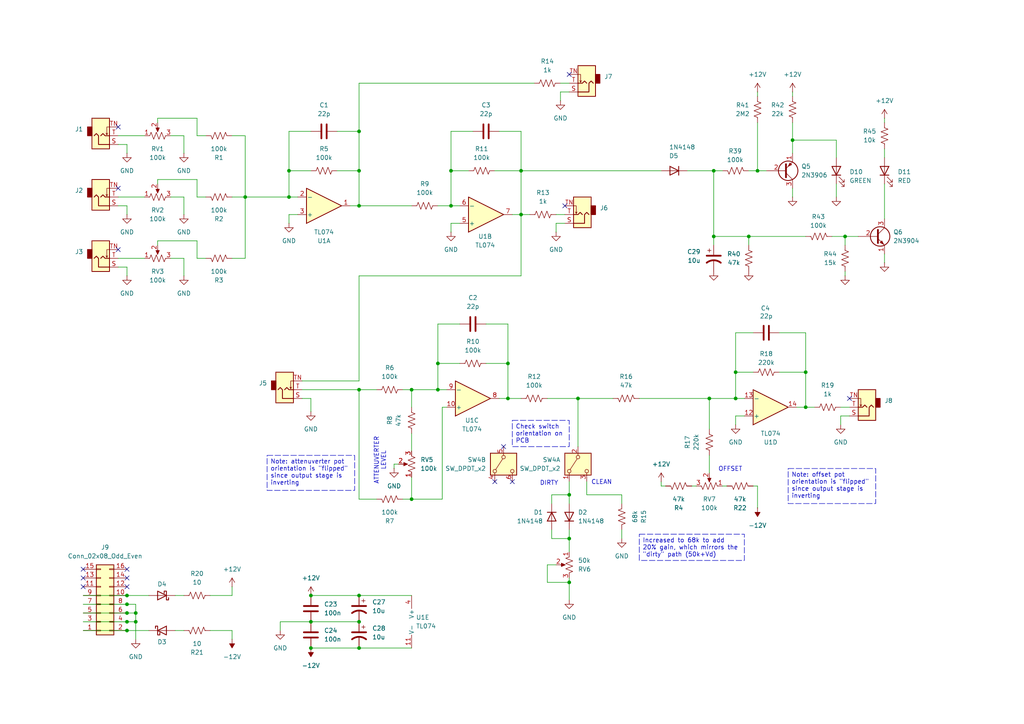
<source format=kicad_sch>
(kicad_sch (version 20231120) (generator "eeschema") (generator_version "8.0")
  (paper "A4")
  (title_block (title "3ch Mixer with Attenuverter") (date "2025-02-17") (rev "1.2") (company "idyllm") (comment 1 "CC BY-SA 4.0") (comment 2 "References: Moritz Klein, Befaco"))
  (lib_symbols
    (symbol "Amplifier_Operational:TL074" (pin_names (offset 0.127))
      (property "Reference" "U" (at 0 5.08 0))
      (property "Value" "TL074" (at 0 -5.08 0))
      (symbol "TL074_1_1"
        (pin output line (at 7.62 0 180) (length 2.54) (name "~") (number "1"))
        (pin input line (at -7.62 -2.54 0) (length 2.54) (name "-") (number "2"))
        (pin input line (at -7.62 2.54 0) (length 2.54) (name "+") (number "3"))
      )
      (symbol "TL074_2_1"
        (pin input line (at -7.62 2.54 0) (length 2.54) (name "+") (number "5"))
        (pin input line (at -7.62 -2.54 0) (length 2.54) (name "-") (number "6"))
        (pin output line (at 7.62 0 180) (length 2.54) (name "~") (number "7"))
      )
      (symbol "TL074_3_1"
        (pin input line (at -7.62 2.54 0) (length 2.54) (name "+") (number "10"))
        (pin output line (at 7.62 0 180) (length 2.54) (name "~") (number "8"))
        (pin input line (at -7.62 -2.54 0) (length 2.54) (name "-") (number "9"))
      )
      (symbol "TL074_4_1"
        (pin input line (at -7.62 2.54 0) (length 2.54) (name "+") (number "12"))
        (pin input line (at -7.62 -2.54 0) (length 2.54) (name "-") (number "13"))
        (pin output line (at 7.62 0 180) (length 2.54) (name "~") (number "14"))
      )
      (symbol "TL074_5_1"
        (pin power_in line (at -2.54 -7.62 90) (length 3.81) (name "V-") (number "11"))
        (pin power_in line (at -2.54 7.62 270) (length 3.81) (name "V+") (number "4"))
      )
    )
    (symbol "Connector_Audio:AudioJack2_SwitchT"
      (property "Reference" "J" (at 0 8.89 0))
      (property "Value" "AudioJack2_SwitchT" (at 0 6.35 0))
      (symbol "AudioJack2_SwitchT_1_1"
        (pin passive line (at 5.08 2.54 180) (length 2.54) (name "~") (number "S"))
        (pin passive line (at 5.08 0 180) (length 2.54) (name "~") (number "T"))
        (pin passive line (at 5.08 -2.54 180) (length 2.54) (name "~") (number "TN"))
      )
    )
    (symbol "Connector_Generic:Conn_02x08_Odd_Even" (pin_names (offset 1.016) hide)
      (property "Reference" "J" (at 1.27 10.16 0))
      (property "Value" "Conn_02x08_Odd_Even" (at 1.27 -12.7 0))
      (symbol "Conn_02x08_Odd_Even_1_1"
        (pin passive line (at -5.08 7.62 0) (length 3.81) (name "Pin_1") (number "1"))
        (pin passive line (at 7.62 -2.54 180) (length 3.81) (name "Pin_10") (number "10"))
        (pin passive line (at -5.08 -5.08 0) (length 3.81) (name "Pin_11") (number "11"))
        (pin passive line (at 7.62 -5.08 180) (length 3.81) (name "Pin_12") (number "12"))
        (pin passive line (at -5.08 -7.62 0) (length 3.81) (name "Pin_13") (number "13"))
        (pin passive line (at 7.62 -7.62 180) (length 3.81) (name "Pin_14") (number "14"))
        (pin passive line (at -5.08 -10.16 0) (length 3.81) (name "Pin_15") (number "15"))
        (pin passive line (at 7.62 -10.16 180) (length 3.81) (name "Pin_16") (number "16"))
        (pin passive line (at 7.62 7.62 180) (length 3.81) (name "Pin_2") (number "2"))
        (pin passive line (at -5.08 5.08 0) (length 3.81) (name "Pin_3") (number "3"))
        (pin passive line (at 7.62 5.08 180) (length 3.81) (name "Pin_4") (number "4"))
        (pin passive line (at -5.08 2.54 0) (length 3.81) (name "Pin_5") (number "5"))
        (pin passive line (at 7.62 2.54 180) (length 3.81) (name "Pin_6") (number "6"))
        (pin passive line (at -5.08 0 0) (length 3.81) (name "Pin_7") (number "7"))
        (pin passive line (at 7.62 0 180) (length 3.81) (name "Pin_8") (number "8"))
        (pin passive line (at -5.08 -2.54 0) (length 3.81) (name "Pin_9") (number "9"))
      )
    )
    (symbol "Device:C" (pin_numbers hide) (pin_names (offset 0.254))
      (property "Reference" "C" (at 0.635 2.54 0))
      (property "Value" "C" (at 0.635 -2.54 0))
      (symbol "C_1_1"
        (pin passive line (at 0 3.81 270) (length 2.794) (name "~") (number "1"))
        (pin passive line (at 0 -3.81 90) (length 2.794) (name "~") (number "2"))
      )
    )
    (symbol "Device:C_Polarized_US" (pin_numbers hide) (pin_names (offset 0.254) hide)
      (property "Reference" "C" (at 0.635 2.54 0))
      (property "Value" "C_Polarized_US" (at 0.635 -2.54 0))
      (symbol "C_Polarized_US_1_1"
        (pin passive line (at 0 3.81 270) (length 2.794) (name "~") (number "1"))
        (pin passive line (at 0 -3.81 90) (length 3.302) (name "~") (number "2"))
      )
    )
    (symbol "Device:D_Schottky" (pin_numbers hide) (pin_names (offset 1.016) hide)
      (property "Reference" "D" (at 0 2.54 0))
      (property "Value" "D_Schottky" (at 0 -2.54 0))
      (symbol "D_Schottky_1_1"
        (pin passive line (at -3.81 0 0) (length 2.54) (name "K") (number "1"))
        (pin passive line (at 3.81 0 180) (length 2.54) (name "A") (number "2"))
      )
    )
    (symbol "Device:LED" (pin_numbers hide) (pin_names (offset 1.016) hide)
      (property "Reference" "D" (at 0 2.54 0))
      (property "Value" "LED" (at 0 -2.54 0))
      (symbol "LED_1_1"
        (pin passive line (at -3.81 0 0) (length 2.54) (name "K") (number "1"))
        (pin passive line (at 3.81 0 180) (length 2.54) (name "A") (number "2"))
      )
    )
    (symbol "Device:R_Potentiometer_US" (pin_names (offset 1.016) hide)
      (property "Reference" "RV" (at -4.445 0 90))
      (property "Value" "R_Potentiometer_US" (at -2.54 0 90))
      (symbol "R_Potentiometer_US_1_1"
        (pin passive line (at 0 3.81 270) (length 1.27) (name "1") (number "1"))
        (pin passive line (at 3.81 0 180) (length 1.27) (name "2") (number "2"))
        (pin passive line (at 0 -3.81 90) (length 1.27) (name "3") (number "3"))
      )
    )
    (symbol "Device:R_US" (pin_numbers hide) (pin_names (offset 0))
      (property "Reference" "R" (at 2.54 0 90))
      (property "Value" "R_US" (at -2.54 0 90))
      (symbol "R_US_1_1"
        (pin passive line (at 0 3.81 270) (length 1.27) (name "~") (number "1"))
        (pin passive line (at 0 -3.81 90) (length 1.27) (name "~") (number "2"))
      )
    )
    (symbol "Diode:1N4148" (pin_numbers hide) (pin_names hide)
      (property "Reference" "D" (at 0 2.54 0))
      (property "Value" "1N4148" (at 0 -2.54 0))
      (symbol "1N4148_1_1"
        (pin passive line (at -3.81 0 0) (length 2.54) (name "K") (number "1"))
        (pin passive line (at 3.81 0 180) (length 2.54) (name "A") (number "2"))
      )
    )
    (symbol "Switch:SW_DPDT_x2" (pin_names (offset 0) hide)
      (property "Reference" "SW" (at 0 5.08 0))
      (property "Value" "SW_DPDT_x2" (at 0 -5.08 0))
      (symbol "SW_DPDT_x2_1_1"
        (pin passive line (at 5.08 2.54 180) (length 2.54) (name "A") (number "1"))
        (pin passive line (at -5.08 0 0) (length 2.54) (name "B") (number "2"))
        (pin passive line (at 5.08 -2.54 180) (length 2.54) (name "C") (number "3"))
      )
      (symbol "SW_DPDT_x2_2_1"
        (pin passive line (at 5.08 2.54 180) (length 2.54) (name "A") (number "4"))
        (pin passive line (at -5.08 0 0) (length 2.54) (name "B") (number "5"))
        (pin passive line (at 5.08 -2.54 180) (length 2.54) (name "C") (number "6"))
      )
    )
    (symbol "Transistor_BJT:2N3904" (pin_names (offset 0) hide)
      (property "Reference" "Q" (at 5.08 1.905 0))
      (property "Value" "2N3904" (at 5.08 0 0))
      (symbol "2N3904_1_1"
        (pin passive line (at 2.54 -5.08 90) (length 2.54) (name "E") (number "1"))
        (pin passive line (at -5.08 0 0) (length 5.715) (name "B") (number "2"))
        (pin passive line (at 2.54 5.08 270) (length 2.54) (name "C") (number "3"))
      )
    )
    (symbol "Transistor_BJT:2N3906" (pin_names (offset 0) hide)
      (property "Reference" "Q" (at 5.08 1.905 0))
      (property "Value" "2N3906" (at 5.08 0 0))
      (symbol "2N3906_1_1"
        (pin passive line (at 2.54 -5.08 90) (length 2.54) (name "E") (number "1"))
        (pin input line (at -5.08 0 0) (length 5.715) (name "B") (number "2"))
        (pin passive line (at 2.54 5.08 270) (length 2.54) (name "C") (number "3"))
      )
    )
    (symbol "power:+12V" (power) (pin_numbers hide) (pin_names (offset 0) hide)
      (property "Value" "+12V" (at 0 3.556 0))
      (symbol "+12V_1_1"
        (pin power_in line (at 0 0 90) (length 0) (name "~") (number "1"))
      )
    )
    (symbol "power:-12V" (power) (pin_numbers hide) (pin_names (offset 0) hide)
      (property "Value" "-12V" (at 0 3.556 0))
      (symbol "-12V_0_0"
        (pin power_in line (at 0 0 90) (length 0) (name "~") (number "1"))
      )
    )
    (symbol "power:GND" (power) (pin_numbers hide) (pin_names (offset 0) hide)
      (property "Value" "GND" (at 0 -3.81 0))
      (symbol "GND_1_1"
        (pin power_in line (at 0 0 270) (length 0) (name "~") (number "1"))
      )
    )
  )
  (junction (at 217.17 68.58))
  (junction (at 219.71 49.53))
  (junction (at 147.32 115.57))
  (junction (at 127 113.03))
  (junction (at 71.12 57.15))
  (junction (at 36.83 182.88))
  (junction (at 90.17 172.72))
  (junction (at 165.1 168.91))
  (junction (at 104.14 49.53))
  (junction (at 245.11 68.58))
  (junction (at 104.14 59.69))
  (junction (at 229.87 40.64))
  (junction (at 90.17 180.34))
  (junction (at 90.17 187.96))
  (junction (at 36.83 177.8))
  (junction (at 213.36 115.57))
  (junction (at 165.1 143.51))
  (junction (at 130.81 49.53))
  (junction (at 104.14 113.03))
  (junction (at 104.14 172.72))
  (junction (at 104.14 180.34))
  (junction (at 207.01 68.58))
  (junction (at 233.68 118.11))
  (junction (at 127 105.41))
  (junction (at 39.37 177.8))
  (junction (at 151.13 49.53))
  (junction (at 119.38 144.78))
  (junction (at 36.83 172.72))
  (junction (at 104.14 187.96))
  (junction (at 104.14 38.1))
  (junction (at 207.01 49.53))
  (junction (at 130.81 59.69))
  (junction (at 83.82 49.53))
  (junction (at 233.68 107.95))
  (junction (at 165.1 156.21))
  (junction (at 147.32 105.41))
  (junction (at 36.83 180.34))
  (junction (at 119.38 113.03))
  (junction (at 151.13 62.23))
  (junction (at 39.37 180.34))
  (junction (at 213.36 107.95))
  (junction (at 83.82 57.15))
  (junction (at 167.64 115.57))
  (junction (at 36.83 175.26))
  (junction (at 205.74 115.57))
  (no_connect (at 34.29 36.83))
  (no_connect (at 163.83 59.69))
  (no_connect (at 34.29 72.39))
  (no_connect (at 148.59 139.7))
  (no_connect (at 146.05 129.54))
  (no_connect (at 24.13 167.64))
  (no_connect (at 24.13 170.18))
  (no_connect (at 246.38 115.57))
  (no_connect (at 143.51 139.7))
  (no_connect (at 34.29 54.61))
  (no_connect (at 165.1 21.59))
  (no_connect (at 36.83 165.1))
  (no_connect (at 36.83 167.64))
  (no_connect (at 24.13 165.1))
  (no_connect (at 36.83 170.18))
  (wire (pts (xy 87.63 113.03) (xy 104.14 113.03)))
  (wire (pts (xy 213.36 120.65) (xy 215.9 120.65)))
  (wire (pts (xy 24.13 172.72) (xy 36.83 172.72)))
  (wire (pts (xy 158.75 115.57) (xy 167.64 115.57)))
  (wire (pts (xy 207.01 49.53) (xy 207.01 68.58)))
  (wire (pts (xy 104.14 59.69) (xy 119.38 59.69)))
  (wire (pts (xy 151.13 49.53) (xy 151.13 62.23)))
  (wire (pts (xy 57.15 52.07) (xy 57.15 57.15)))
  (wire (pts (xy 71.12 57.15) (xy 71.12 74.93)))
  (wire (pts (xy 165.1 153.67) (xy 165.1 156.21)))
  (wire (pts (xy 119.38 138.43) (xy 119.38 144.78)))
  (wire (pts (xy 36.83 59.69) (xy 36.83 62.23)))
  (wire (pts (xy 144.78 115.57) (xy 147.32 115.57)))
  (wire (pts (xy 161.29 67.31) (xy 161.29 64.77)))
  (wire (pts (xy 213.36 123.19) (xy 213.36 120.65)))
  (wire (pts (xy 256.54 34.29) (xy 256.54 35.56)))
  (wire (pts (xy 154.94 24.13) (xy 104.14 24.13)))
  (wire (pts (xy 71.12 39.37) (xy 71.12 57.15)))
  (wire (pts (xy 162.56 29.21) (xy 162.56 26.67)))
  (wire (pts (xy 119.38 113.03) (xy 127 113.03)))
  (wire (pts (xy 213.36 115.57) (xy 215.9 115.57)))
  (wire (pts (xy 90.17 49.53) (xy 83.82 49.53)))
  (wire (pts (xy 205.74 132.08) (xy 205.74 137.16)))
  (wire (pts (xy 219.71 147.32) (xy 219.71 140.97)))
  (wire (pts (xy 147.32 105.41) (xy 140.97 105.41)))
  (wire (pts (xy 151.13 62.23) (xy 153.67 62.23)))
  (wire (pts (xy 133.35 93.98) (xy 127 93.98)))
  (wire (pts (xy 49.53 39.37) (xy 53.34 39.37)))
  (wire (pts (xy 104.14 144.78) (xy 104.14 113.03)))
  (wire (pts (xy 162.56 26.67) (xy 165.1 26.67)))
  (wire (pts (xy 161.29 64.77) (xy 163.83 64.77)))
  (wire (pts (xy 24.13 182.88) (xy 36.83 182.88)))
  (wire (pts (xy 60.96 172.72) (xy 67.31 172.72)))
  (wire (pts (xy 53.34 182.88) (xy 50.8 182.88)))
  (wire (pts (xy 193.04 140.97) (xy 191.77 140.97)))
  (wire (pts (xy 39.37 180.34) (xy 39.37 177.8)))
  (wire (pts (xy 160.02 143.51) (xy 160.02 146.05)))
  (wire (pts (xy 167.64 115.57) (xy 177.8 115.57)))
  (wire (pts (xy 97.79 38.1) (xy 104.14 38.1)))
  (wire (pts (xy 180.34 143.51) (xy 180.34 146.05)))
  (wire (pts (xy 90.17 119.38) (xy 90.17 115.57)))
  (wire (pts (xy 130.81 38.1) (xy 130.81 49.53)))
  (wire (pts (xy 128.27 144.78) (xy 128.27 118.11)))
  (wire (pts (xy 53.34 80.01) (xy 53.34 74.93)))
  (wire (pts (xy 104.14 113.03) (xy 109.22 113.03)))
  (wire (pts (xy 90.17 180.34) (xy 104.14 180.34)))
  (wire (pts (xy 104.14 49.53) (xy 97.79 49.53)))
  (wire (pts (xy 81.28 180.34) (xy 90.17 180.34)))
  (wire (pts (xy 34.29 41.91) (xy 36.83 41.91)))
  (wire (pts (xy 160.02 153.67) (xy 160.02 156.21)))
  (wire (pts (xy 45.72 69.85) (xy 57.15 69.85)))
  (wire (pts (xy 104.14 110.49) (xy 87.63 110.49)))
  (wire (pts (xy 36.83 172.72) (xy 43.18 172.72)))
  (wire (pts (xy 256.54 43.18) (xy 256.54 45.72)))
  (wire (pts (xy 114.3 134.62) (xy 115.57 134.62)))
  (wire (pts (xy 167.64 115.57) (xy 167.64 129.54)))
  (wire (pts (xy 218.44 96.52) (xy 213.36 96.52)))
  (wire (pts (xy 147.32 93.98) (xy 147.32 105.41)))
  (wire (pts (xy 67.31 39.37) (xy 71.12 39.37)))
  (wire (pts (xy 53.34 62.23) (xy 53.34 57.15)))
  (wire (pts (xy 226.06 107.95) (xy 233.68 107.95)))
  (wire (pts (xy 165.1 143.51) (xy 165.1 146.05)))
  (wire (pts (xy 36.83 41.91) (xy 36.83 44.45)))
  (wire (pts (xy 161.29 163.83) (xy 158.75 163.83)))
  (wire (pts (xy 90.17 115.57) (xy 87.63 115.57)))
  (wire (pts (xy 104.14 59.69) (xy 104.14 49.53)))
  (wire (pts (xy 45.72 35.56) (xy 45.72 34.29)))
  (wire (pts (xy 170.18 143.51) (xy 180.34 143.51)))
  (wire (pts (xy 24.13 177.8) (xy 36.83 177.8)))
  (wire (pts (xy 135.89 49.53) (xy 130.81 49.53)))
  (wire (pts (xy 130.81 59.69) (xy 133.35 59.69)))
  (wire (pts (xy 217.17 68.58) (xy 217.17 71.12)))
  (wire (pts (xy 104.14 172.72) (xy 119.38 172.72)))
  (wire (pts (xy 83.82 38.1) (xy 83.82 49.53)))
  (wire (pts (xy 90.17 172.72) (xy 104.14 172.72)))
  (wire (pts (xy 133.35 105.41) (xy 127 105.41)))
  (wire (pts (xy 245.11 80.01) (xy 245.11 78.74)))
  (wire (pts (xy 109.22 144.78) (xy 104.14 144.78)))
  (wire (pts (xy 67.31 57.15) (xy 71.12 57.15)))
  (wire (pts (xy 57.15 69.85) (xy 57.15 74.93)))
  (wire (pts (xy 104.14 24.13) (xy 104.14 38.1)))
  (wire (pts (xy 45.72 52.07) (xy 57.15 52.07)))
  (wire (pts (xy 213.36 96.52) (xy 213.36 107.95)))
  (wire (pts (xy 34.29 39.37) (xy 41.91 39.37)))
  (wire (pts (xy 233.68 68.58) (xy 217.17 68.58)))
  (wire (pts (xy 137.16 38.1) (xy 130.81 38.1)))
  (wire (pts (xy 143.51 49.53) (xy 151.13 49.53)))
  (wire (pts (xy 36.83 182.88) (xy 43.18 182.88)))
  (wire (pts (xy 219.71 26.67) (xy 219.71 27.94)))
  (wire (pts (xy 151.13 80.01) (xy 104.14 80.01)))
  (wire (pts (xy 53.34 44.45) (xy 53.34 39.37)))
  (wire (pts (xy 165.1 156.21) (xy 165.1 160.02)))
  (wire (pts (xy 226.06 96.52) (xy 233.68 96.52)))
  (wire (pts (xy 36.83 177.8) (xy 39.37 177.8)))
  (wire (pts (xy 57.15 57.15) (xy 59.69 57.15)))
  (wire (pts (xy 119.38 144.78) (xy 128.27 144.78)))
  (wire (pts (xy 185.42 115.57) (xy 205.74 115.57)))
  (wire (pts (xy 229.87 57.15) (xy 229.87 54.61)))
  (wire (pts (xy 219.71 49.53) (xy 222.25 49.53)))
  (wire (pts (xy 229.87 35.56) (xy 229.87 40.64)))
  (wire (pts (xy 207.01 49.53) (xy 199.39 49.53)))
  (wire (pts (xy 147.32 115.57) (xy 151.13 115.57)))
  (wire (pts (xy 256.54 76.2) (xy 256.54 73.66)))
  (wire (pts (xy 229.87 40.64) (xy 242.57 40.64)))
  (wire (pts (xy 151.13 38.1) (xy 151.13 49.53)))
  (wire (pts (xy 24.13 175.26) (xy 36.83 175.26)))
  (wire (pts (xy 180.34 153.67) (xy 180.34 156.21)))
  (wire (pts (xy 60.96 182.88) (xy 67.31 182.88)))
  (wire (pts (xy 161.29 62.23) (xy 163.83 62.23)))
  (wire (pts (xy 130.81 67.31) (xy 130.81 64.77)))
  (wire (pts (xy 34.29 59.69) (xy 36.83 59.69)))
  (wire (pts (xy 127 93.98) (xy 127 105.41)))
  (wire (pts (xy 191.77 49.53) (xy 151.13 49.53)))
  (wire (pts (xy 233.68 107.95) (xy 233.68 118.11)))
  (wire (pts (xy 242.57 40.64) (xy 242.57 45.72)))
  (wire (pts (xy 233.68 118.11) (xy 236.22 118.11)))
  (wire (pts (xy 151.13 62.23) (xy 148.59 62.23)))
  (wire (pts (xy 213.36 107.95) (xy 213.36 115.57)))
  (wire (pts (xy 205.74 115.57) (xy 205.74 124.46)))
  (wire (pts (xy 241.3 68.58) (xy 245.11 68.58)))
  (wire (pts (xy 45.72 34.29) (xy 57.15 34.29)))
  (wire (pts (xy 165.1 168.91) (xy 165.1 173.99)))
  (wire (pts (xy 81.28 182.88) (xy 81.28 180.34)))
  (wire (pts (xy 162.56 24.13) (xy 165.1 24.13)))
  (wire (pts (xy 170.18 139.7) (xy 170.18 143.51)))
  (wire (pts (xy 71.12 57.15) (xy 83.82 57.15)))
  (wire (pts (xy 119.38 144.78) (xy 116.84 144.78)))
  (wire (pts (xy 229.87 40.64) (xy 229.87 44.45)))
  (wire (pts (xy 127 59.69) (xy 130.81 59.69)))
  (wire (pts (xy 39.37 175.26) (xy 36.83 175.26)))
  (wire (pts (xy 116.84 113.03) (xy 119.38 113.03)))
  (wire (pts (xy 90.17 187.96) (xy 104.14 187.96)))
  (wire (pts (xy 219.71 140.97) (xy 218.44 140.97)))
  (wire (pts (xy 242.57 57.15) (xy 242.57 53.34)))
  (wire (pts (xy 158.75 163.83) (xy 158.75 168.91)))
  (wire (pts (xy 83.82 64.77) (xy 83.82 62.23)))
  (wire (pts (xy 200.66 140.97) (xy 201.93 140.97)))
  (wire (pts (xy 151.13 62.23) (xy 151.13 80.01)))
  (wire (pts (xy 119.38 125.73) (xy 119.38 130.81)))
  (wire (pts (xy 207.01 49.53) (xy 209.55 49.53)))
  (wire (pts (xy 104.14 80.01) (xy 104.14 110.49)))
  (wire (pts (xy 217.17 68.58) (xy 207.01 68.58)))
  (wire (pts (xy 233.68 118.11) (xy 231.14 118.11)))
  (wire (pts (xy 219.71 35.56) (xy 219.71 49.53)))
  (wire (pts (xy 165.1 143.51) (xy 160.02 143.51)))
  (wire (pts (xy 57.15 74.93) (xy 59.69 74.93)))
  (wire (pts (xy 245.11 68.58) (xy 245.11 71.12)))
  (wire (pts (xy 34.29 74.93) (xy 41.91 74.93)))
  (wire (pts (xy 39.37 177.8) (xy 39.37 175.26)))
  (wire (pts (xy 243.84 118.11) (xy 246.38 118.11)))
  (wire (pts (xy 245.11 68.58) (xy 248.92 68.58)))
  (wire (pts (xy 36.83 77.47) (xy 36.83 80.01)))
  (wire (pts (xy 104.14 187.96) (xy 119.38 187.96)))
  (wire (pts (xy 57.15 34.29) (xy 57.15 39.37)))
  (wire (pts (xy 67.31 182.88) (xy 67.31 185.42)))
  (wire (pts (xy 83.82 49.53) (xy 83.82 57.15)))
  (wire (pts (xy 158.75 168.91) (xy 165.1 168.91)))
  (wire (pts (xy 243.84 120.65) (xy 246.38 120.65)))
  (wire (pts (xy 233.68 96.52) (xy 233.68 107.95)))
  (wire (pts (xy 34.29 57.15) (xy 41.91 57.15)))
  (wire (pts (xy 217.17 49.53) (xy 219.71 49.53)))
  (wire (pts (xy 160.02 156.21) (xy 165.1 156.21)))
  (wire (pts (xy 45.72 53.34) (xy 45.72 52.07)))
  (wire (pts (xy 119.38 113.03) (xy 119.38 118.11)))
  (wire (pts (xy 90.17 38.1) (xy 83.82 38.1)))
  (wire (pts (xy 45.72 71.12) (xy 45.72 69.85)))
  (wire (pts (xy 140.97 93.98) (xy 147.32 93.98)))
  (wire (pts (xy 147.32 115.57) (xy 147.32 105.41)))
  (wire (pts (xy 229.87 26.67) (xy 229.87 27.94)))
  (wire (pts (xy 130.81 49.53) (xy 130.81 59.69)))
  (wire (pts (xy 114.3 135.89) (xy 114.3 134.62)))
  (wire (pts (xy 39.37 185.42) (xy 39.37 180.34)))
  (wire (pts (xy 207.01 68.58) (xy 207.01 71.12)))
  (wire (pts (xy 53.34 172.72) (xy 50.8 172.72)))
  (wire (pts (xy 128.27 118.11) (xy 129.54 118.11)))
  (wire (pts (xy 67.31 172.72) (xy 67.31 170.18)))
  (wire (pts (xy 34.29 77.47) (xy 36.83 77.47)))
  (wire (pts (xy 83.82 57.15) (xy 86.36 57.15)))
  (wire (pts (xy 165.1 139.7) (xy 165.1 143.51)))
  (wire (pts (xy 205.74 115.57) (xy 213.36 115.57)))
  (wire (pts (xy 243.84 123.19) (xy 243.84 120.65)))
  (wire (pts (xy 49.53 57.15) (xy 53.34 57.15)))
  (wire (pts (xy 127 113.03) (xy 129.54 113.03)))
  (wire (pts (xy 256.54 53.34) (xy 256.54 63.5)))
  (wire (pts (xy 165.1 167.64) (xy 165.1 168.91)))
  (wire (pts (xy 144.78 38.1) (xy 151.13 38.1)))
  (wire (pts (xy 67.31 74.93) (xy 71.12 74.93)))
  (wire (pts (xy 130.81 64.77) (xy 133.35 64.77)))
  (wire (pts (xy 57.15 39.37) (xy 59.69 39.37)))
  (wire (pts (xy 83.82 62.23) (xy 86.36 62.23)))
  (wire (pts (xy 218.44 107.95) (xy 213.36 107.95)))
  (wire (pts (xy 101.6 59.69) (xy 104.14 59.69)))
  (wire (pts (xy 104.14 38.1) (xy 104.14 49.53)))
  (wire (pts (xy 49.53 74.93) (xy 53.34 74.93)))
  (wire (pts (xy 191.77 140.97) (xy 191.77 139.7)))
  (wire (pts (xy 127 105.41) (xy 127 113.03)))
  (wire (pts (xy 36.83 180.34) (xy 39.37 180.34)))
  (wire (pts (xy 24.13 180.34) (xy 36.83 180.34)))
  (wire (pts (xy 210.82 140.97) (xy 209.55 140.97)))
  (text_box "Increased to 68k to add 20% gain, which mirrors the \"dirty\" path (50k+Vd)" (at 185.42 154.94 0) (size 30.48 7.62) (stroke (width 0) (type dash)) (effects (font (size 1.27 1.27)) (justify left top)))
  (text_box "Note: attenuverter pot orientation is \"flipped\" since output stage is inverting" (at 77.47 132.08 0) (size 25.4 10.16) (stroke (width 0) (type dash)) (effects (font (size 1.27 1.27)) (justify left top)))
  (text_box "Note: offset pot orientation is \"flipped\" since output stage is inverting" (at 228.6 135.89 0) (size 25.4 10.16) (stroke (width 0) (type dash)) (effects (font (size 1.27 1.27)) (justify left top)))
  (text_box "Check switch orientation on PCB" (at 148.59 121.92 0) (size 16.51 7.62) (stroke (width 0) (type dash)) (effects (font (size 1.27 1.27)) (justify left top)))
  (text "CLEAN" (at 174.498 139.954 0) (effects (font (size 1.27 1.27))))
  (text "ATTENUVERTER\nLEVEL" (at 110.236 133.604 90) (effects (font (size 1.27 1.27))))
  (text "DIRTY" (at 159.258 140.208 0) (effects (font (size 1.27 1.27))))
  (text "OFFSET" (at 211.836 136.144 0) (effects (font (size 1.27 1.27))))
  (symbol (lib_id "Device:R_US") (at 119.38 121.92 180) (unit 1)
    (property "Reference" "R8" (at 113.03 121.92 90))
    (property "Value" "47k" (at 115.57 121.92 90))
    (property "Footprint" "Resistor_THT:R_Axial_DIN0204_L3.6mm_D1.6mm_P2.54mm_Vertical" (effects (hide yes)))
    (property "Description" "Resistor, US symbol" (effects (hide yes)))
  )
  (symbol (lib_id "Amplifier_Operational:TL074") (at 223.52 118.11 0) (mirror x) (unit 4)
    (property "Reference" "U1" (at 223.52 128.27 0))
    (property "Value" "TL074" (at 223.52 125.73 0))
    (property "Footprint" "Package_DIP:DIP-14_W7.62mm_Socket" (effects (hide yes)))
    (property "Datasheet" "http://www.ti.com/lit/ds/symlink/tl071.pdf" (effects (hide yes)))
    (property "Description" "Quad Low-Noise JFET-Input Operational Amplifiers, DIP-14/SOIC-14" (effects (hide yes)))
  )
  (symbol (lib_id "power:GND") (at 245.11 80.01 0) (mirror y) (unit 1)
    (property "Reference" "#PWR061" (effects (hide yes)))
    (property "Value" "GND" (effects (hide yes)))
    (property "Description" "Power symbol creates a global label with name \"GND\" , ground" (effects (hide yes)))
  )
  (symbol (lib_id "power:GND") (at 36.83 44.45 0) (unit 1)
    (property "Reference" "#PWR01" (effects (hide yes)))
    (property "Value" "GND" (at 36.83 49.53 0))
    (property "Description" "Power symbol creates a global label with name \"GND\" , ground" (effects (hide yes)))
  )
  (symbol (lib_id "Diode:1N4148") (at 160.02 149.86 90) (mirror x) (unit 1)
    (property "Reference" "D1" (at 157.48 148.5899 90) (effects (justify left)))
    (property "Value" "1N4148" (at 157.48 151.1299 90) (effects (justify left)))
    (property "Footprint" "Diode_THT:D_DO-35_SOD27_P2.54mm_Vertical_AnodeUp" (effects (hide yes)))
    (property "Datasheet" "https://assets.nexperia.com/documents/data-sheet/1N4148_1N4448.pdf" (effects (hide yes)))
    (property "Description" "100V 0.15A standard switching diode, DO-35" (effects (hide yes)))
    (property "Sim.Device" "D" (effects (hide yes)))
    (property "Sim.Pins" "1=K 2=A" (effects (hide yes)))
  )
  (symbol (lib_id "Device:R_Potentiometer_US") (at 205.74 140.97 270) (mirror x) (unit 1)
    (property "Reference" "RV7" (at 205.74 144.78 90))
    (property "Value" "100k" (at 205.74 147.32 90))
    (property "Footprint" "Potentiometer_THT:Potentiometer_Bourns_PTV09A-1_Single_Vertical" (effects (hide yes)))
    (property "Description" "Potentiometer, US symbol" (effects (hide yes)))
  )
  (symbol (lib_id "Device:R_Potentiometer_US") (at 165.1 163.83 0) (mirror y) (unit 1)
    (property "Reference" "RV6" (at 167.64 165.1001 0) (effects (justify right)))
    (property "Value" "50k" (at 167.64 162.5601 0) (effects (justify right)))
    (property "Footprint" "Potentiometer_THT:Potentiometer_Bourns_PTV09A-1_Single_Vertical" (effects (hide yes)))
    (property "Description" "Potentiometer, US symbol" (effects (hide yes)))
  )
  (symbol (lib_id "Connector_Audio:AudioJack2_SwitchT") (at 29.21 74.93 0) (mirror x) (unit 1)
    (property "Reference" "J3" (at 24.13 73.0249 0) (effects (justify right)))
    (property "Value" "AudioJack2_SwitchT" (effects (hide yes)))
    (property "Footprint" "Audio_Jacks:Jack_3.5mm_QingPu_WQP-PJ301M-12_Vertical" (effects (hide yes)))
    (property "Description" "Audio Jack, 2 Poles (Mono / TS), Switched T Pole (Normalling)" (effects (hide yes)))
  )
  (symbol (lib_id "power:GND") (at 243.84 123.19 0) (unit 1)
    (property "Reference" "#PWR020" (effects (hide yes)))
    (property "Value" "GND" (at 243.84 128.27 0))
    (property "Description" "Power symbol creates a global label with name \"GND\" , ground" (effects (hide yes)))
  )
  (symbol (lib_id "power:GND") (at 53.34 80.01 0) (unit 1)
    (property "Reference" "#PWR07" (effects (hide yes)))
    (property "Value" "GND" (at 53.34 85.09 0))
    (property "Description" "Power symbol creates a global label with name \"GND\" , ground" (effects (hide yes)))
  )
  (symbol (lib_id "Diode:1N4148") (at 165.1 149.86 90) (unit 1)
    (property "Reference" "D2" (at 167.64 148.5899 90) (effects (justify right)))
    (property "Value" "1N4148" (at 167.64 151.1299 90) (effects (justify right)))
    (property "Footprint" "Diode_THT:D_DO-35_SOD27_P2.54mm_Vertical_AnodeUp" (effects (hide yes)))
    (property "Datasheet" "https://assets.nexperia.com/documents/data-sheet/1N4148_1N4448.pdf" (effects (hide yes)))
    (property "Description" "100V 0.15A standard switching diode, DO-35" (effects (hide yes)))
    (property "Sim.Device" "D" (effects (hide yes)))
    (property "Sim.Pins" "1=K 2=A" (effects (hide yes)))
  )
  (symbol (lib_id "Device:C") (at 222.25 96.52 90) (unit 1)
    (property "Reference" "C4" (at 221.996 89.408 90))
    (property "Value" "22p" (at 222.25 91.694 90))
    (property "Footprint" "Capacitor_THT:C_Disc_D5.0mm_W2.5mm_P2.50mm" (effects (hide yes)))
    (property "Description" "Unpolarized capacitor" (effects (hide yes)))
  )
  (symbol (lib_id "Connector_Audio:AudioJack2_SwitchT") (at 168.91 62.23 180) (unit 1)
    (property "Reference" "J6" (at 173.99 60.3249 0) (effects (justify right)))
    (property "Value" "AudioJack2_SwitchT" (effects (hide yes)))
    (property "Footprint" "Audio_Jacks:Jack_3.5mm_QingPu_WQP-PJ301M-12_Vertical" (effects (hide yes)))
    (property "Description" "Audio Jack, 2 Poles (Mono / TS), Switched T Pole (Normalling)" (effects (hide yes)))
  )
  (symbol (lib_id "Device:R_US") (at 240.03 118.11 90) (unit 1)
    (property "Reference" "R19" (at 240.03 111.76 90))
    (property "Value" "1k" (at 240.03 114.3 90))
    (property "Footprint" "Resistor_THT:R_Axial_DIN0204_L3.6mm_D1.6mm_P2.54mm_Vertical" (effects (hide yes)))
    (property "Description" "Resistor, US symbol" (effects (hide yes)))
  )
  (symbol (lib_id "Device:C") (at 140.97 38.1 90) (unit 1)
    (property "Reference" "C3" (at 140.97 30.48 90))
    (property "Value" "22p" (at 140.97 33.02 90))
    (property "Footprint" "Capacitor_THT:C_Disc_D5.0mm_W2.5mm_P2.50mm" (effects (hide yes)))
    (property "Description" "Unpolarized capacitor" (effects (hide yes)))
  )
  (symbol (lib_id "Device:C_Polarized_US") (at 104.14 184.15 0) (mirror y) (unit 1)
    (property "Reference" "C28" (at 107.95 182.2449 0) (effects (justify right)))
    (property "Value" "10u" (at 107.95 184.7849 0) (effects (justify right)))
    (property "Footprint" "Capacitor_THT:CP_Radial_D4.0mm_P2.00mm" (effects (hide yes)))
    (property "Description" "Polarized capacitor, US symbol" (effects (hide yes)))
  )
  (symbol (lib_id "Device:R_US") (at 93.98 49.53 90) (unit 1)
    (property "Reference" "R5" (at 93.98 43.18 90))
    (property "Value" "100k" (at 93.98 45.72 90))
    (property "Footprint" "Resistor_THT:R_Axial_DIN0204_L3.6mm_D1.6mm_P2.54mm_Vertical" (effects (hide yes)))
    (property "Description" "Resistor, US symbol" (effects (hide yes)))
  )
  (symbol (lib_id "Switch:SW_DPDT_x2") (at 146.05 134.62 90) (mirror x) (unit 2)
    (property "Reference" "SW4" (at 140.97 133.3499 90) (effects (justify left)))
    (property "Value" "SW_DPDT_x2" (at 140.97 135.8899 90) (effects (justify left)))
    (property "Footprint" "Switches:SW_DPDT_13mm_x_13mm_P5.00mm" (effects (hide yes)))
    (property "Description" "Switch, dual pole double throw, separate symbols" (effects (hide yes)))
  )
  (symbol (lib_id "power:GND") (at 53.34 62.23 0) (unit 1)
    (property "Reference" "#PWR06" (effects (hide yes)))
    (property "Value" "GND" (at 53.34 67.31 0))
    (property "Description" "Power symbol creates a global label with name \"GND\" , ground" (effects (hide yes)))
  )
  (symbol (lib_id "Device:R_US") (at 245.11 74.93 180) (unit 1)
    (property "Reference" "R44" (at 240.792 73.66 0))
    (property "Value" "15k" (at 240.792 76.2 0))
    (property "Footprint" "Resistor_THT:R_Axial_DIN0204_L3.6mm_D1.6mm_P2.54mm_Vertical" (effects (hide yes)))
    (property "Description" "Resistor, US symbol" (effects (hide yes)))
  )
  (symbol (lib_id "Connector_Audio:AudioJack2_SwitchT") (at 82.55 113.03 0) (mirror x) (unit 1)
    (property "Reference" "J5" (at 77.47 111.1249 0) (effects (justify right)))
    (property "Value" "AudioJack2_SwitchT" (effects (hide yes)))
    (property "Footprint" "Audio_Jacks:Jack_3.5mm_QingPu_WQP-PJ301M-12_Vertical" (effects (hide yes)))
    (property "Description" "Audio Jack, 2 Poles (Mono / TS), Switched T Pole (Normalling)" (effects (hide yes)))
  )
  (symbol (lib_id "Device:C") (at 137.16 93.98 90) (unit 1)
    (property "Reference" "C2" (at 137.16 86.36 90))
    (property "Value" "22p" (at 137.16 88.9 90))
    (property "Footprint" "Capacitor_THT:C_Disc_D5.0mm_W2.5mm_P2.50mm" (effects (hide yes)))
    (property "Description" "Unpolarized capacitor" (effects (hide yes)))
  )
  (symbol (lib_id "power:-12V") (at 67.31 185.42 180) (unit 1)
    (property "Reference" "#PWR023" (effects (hide yes)))
    (property "Value" "-12V" (at 67.31 190.5 0))
    (property "Description" "Power symbol creates a global label with name \"-12V\"" (effects (hide yes)))
  )
  (symbol (lib_id "power:-12V") (at 219.71 147.32 180) (unit 1)
    (property "Reference" "#PWR018" (effects (hide yes)))
    (property "Value" "-12V" (at 219.71 152.4 0))
    (property "Description" "Power symbol creates a global label with name \"-12V\"" (effects (hide yes)))
  )
  (symbol (lib_id "power:GND") (at 256.54 76.2 0) (mirror y) (unit 1)
    (property "Reference" "#PWR063" (effects (hide yes)))
    (property "Value" "GND" (effects (hide yes)))
    (property "Description" "Power symbol creates a global label with name \"GND\" , ground" (effects (hide yes)))
  )
  (symbol (lib_id "power:GND") (at 165.1 173.99 0) (unit 1)
    (property "Reference" "#PWR015" (effects (hide yes)))
    (property "Value" "GND" (at 165.1 179.07 0))
    (property "Description" "Power symbol creates a global label with name \"GND\" , ground" (effects (hide yes)))
  )
  (symbol (lib_id "Device:D_Schottky") (at 46.99 172.72 180) (unit 1)
    (property "Reference" "D4" (at 46.99 169.418 0))
    (property "Value" "D_Schottky" (effects (hide yes)))
    (property "Footprint" "Diode_THT:D_DO-41_SOD81_P2.54mm_Vertical_KathodeUp" (effects (hide yes)))
    (property "Description" "Schottky diode" (effects (hide yes)))
  )
  (symbol (lib_id "Device:R_US") (at 256.54 39.37 180) (unit 1)
    (property "Reference" "R45" (at 252.222 38.1 0))
    (property "Value" "10k" (at 252.222 40.64 0))
    (property "Footprint" "Resistor_THT:R_Axial_DIN0204_L3.6mm_D1.6mm_P2.54mm_Vertical" (effects (hide yes)))
    (property "Description" "Resistor, US symbol" (effects (hide yes)))
  )
  (symbol (lib_id "power:GND") (at 36.83 80.01 0) (unit 1)
    (property "Reference" "#PWR03" (effects (hide yes)))
    (property "Value" "GND" (at 36.83 85.09 0))
    (property "Description" "Power symbol creates a global label with name \"GND\" , ground" (effects (hide yes)))
  )
  (symbol (lib_id "Device:R_US") (at 57.15 172.72 90) (unit 1)
    (property "Reference" "R20" (at 57.15 166.37 90))
    (property "Value" "10" (at 57.15 168.91 90))
    (property "Footprint" "Resistor_THT:R_Axial_DIN0204_L3.6mm_D1.6mm_P2.54mm_Vertical" (effects (hide yes)))
    (property "Description" "Resistor, US symbol" (effects (hide yes)))
  )
  (symbol (lib_id "power:+12V") (at 219.71 26.67 0) (unit 1)
    (property "Reference" "#PWR055" (effects (hide yes)))
    (property "Value" "+12V" (at 219.71 21.59 0))
    (property "Description" "Power symbol creates a global label with name \"+12V\"" (effects (hide yes)))
  )
  (symbol (lib_id "Connector_Audio:AudioJack2_SwitchT") (at 29.21 39.37 0) (mirror x) (unit 1)
    (property "Reference" "J1" (at 24.13 37.4649 0) (effects (justify right)))
    (property "Value" "AudioJack2_SwitchT" (effects (hide yes)))
    (property "Footprint" "Audio_Jacks:Jack_3.5mm_QingPu_WQP-PJ301M-12_Vertical" (effects (hide yes)))
    (property "Description" "Audio Jack, 2 Poles (Mono / TS), Switched T Pole (Normalling)" (effects (hide yes)))
  )
  (symbol (lib_id "Diode:1N4148") (at 195.58 49.53 0) (mirror y) (unit 1)
    (property "Reference" "D5" (at 194.056 45.212 0) (effects (justify right)))
    (property "Value" "1N4148" (at 194.056 42.672 0) (effects (justify right)))
    (property "Footprint" "Diode_THT:D_DO-35_SOD27_P12.70mm_Horizontal" (effects (hide yes)))
    (property "Datasheet" "https://assets.nexperia.com/documents/data-sheet/1N4148_1N4448.pdf" (effects (hide yes)))
    (property "Description" "100V 0.15A standard switching diode, DO-35" (effects (hide yes)))
    (property "Sim.Device" "D" (effects (hide yes)))
    (property "Sim.Pins" "1=K 2=A" (effects (hide yes)))
  )
  (symbol (lib_id "Device:R_Potentiometer_US") (at 45.72 57.15 90) (unit 1)
    (property "Reference" "RV2" (at 45.72 60.96 90))
    (property "Value" "100k" (at 45.72 63.5 90))
    (property "Footprint" "Potentiometer_THT:Potentiometer_Bourns_PTV09A-1_Single_Vertical" (effects (hide yes)))
    (property "Description" "Potentiometer, US symbol" (effects (hide yes)))
  )
  (symbol (lib_id "power:GND") (at 180.34 156.21 0) (unit 1)
    (property "Reference" "#PWR016" (effects (hide yes)))
    (property "Value" "GND" (at 180.34 161.29 0))
    (property "Description" "Power symbol creates a global label with name \"GND\" , ground" (effects (hide yes)))
  )
  (symbol (lib_id "power:GND") (at 162.56 29.21 0) (unit 1)
    (property "Reference" "#PWR014" (effects (hide yes)))
    (property "Value" "GND" (at 162.56 34.29 0))
    (property "Description" "Power symbol creates a global label with name \"GND\" , ground" (effects (hide yes)))
  )
  (symbol (lib_id "power:+12V") (at 191.77 139.7 0) (unit 1)
    (property "Reference" "#PWR017" (effects (hide yes)))
    (property "Value" "+12V" (at 191.77 134.62 0))
    (property "Description" "Power symbol creates a global label with name \"+12V\"" (effects (hide yes)))
  )
  (symbol (lib_id "power:GND") (at 53.34 44.45 0) (unit 1)
    (property "Reference" "#PWR05" (effects (hide yes)))
    (property "Value" "GND" (at 53.34 49.53 0))
    (property "Description" "Power symbol creates a global label with name \"GND\" , ground" (effects (hide yes)))
  )
  (symbol (lib_id "Switch:SW_DPDT_x2") (at 167.64 134.62 90) (mirror x) (unit 1)
    (property "Reference" "SW4" (at 162.56 133.3499 90) (effects (justify left)))
    (property "Value" "SW_DPDT_x2" (at 162.56 135.8899 90) (effects (justify left)))
    (property "Footprint" "Switches:SW_DPDT_13mm_x_13mm_P5.00mm" (effects (hide yes)))
    (property "Description" "Switch, dual pole double throw, separate symbols" (effects (hide yes)))
  )
  (symbol (lib_id "Amplifier_Operational:TL074") (at 93.98 59.69 0) (mirror x) (unit 1)
    (property "Reference" "U1" (at 93.98 69.85 0))
    (property "Value" "TL074" (at 93.98 67.31 0))
    (property "Footprint" "Package_DIP:DIP-14_W7.62mm_Socket" (effects (hide yes)))
    (property "Datasheet" "http://www.ti.com/lit/ds/symlink/tl071.pdf" (effects (hide yes)))
    (property "Description" "Quad Low-Noise JFET-Input Operational Amplifiers, DIP-14/SOIC-14" (effects (hide yes)))
  )
  (symbol (lib_id "Device:R_US") (at 180.34 149.86 0) (mirror x) (unit 1)
    (property "Reference" "R15" (at 186.69 149.86 90))
    (property "Value" "68k" (at 184.15 149.86 90))
    (property "Footprint" "Resistor_THT:R_Axial_DIN0204_L3.6mm_D1.6mm_P2.54mm_Vertical" (effects (hide yes)))
    (property "Description" "Resistor, US symbol" (effects (hide yes)))
  )
  (symbol (lib_id "Device:R_US") (at 113.03 113.03 90) (unit 1)
    (property "Reference" "R6" (at 113.03 106.68 90))
    (property "Value" "100k" (at 113.03 109.22 90))
    (property "Footprint" "Resistor_THT:R_Axial_DIN0204_L3.6mm_D1.6mm_P2.54mm_Vertical" (effects (hide yes)))
    (property "Description" "Resistor, US symbol" (effects (hide yes)))
  )
  (symbol (lib_id "Transistor_BJT:2N3904") (at 254 68.58 0) (unit 1)
    (property "Reference" "Q6" (at 259.08 67.3099 0) (effects (justify left)))
    (property "Value" "2N3904" (at 259.08 69.8499 0) (effects (justify left)))
    (property "Footprint" "Package_TO_SOT_THT:TO-92_Inline_Wide" (effects (hide yes)))
    (property "Datasheet" "https://www.onsemi.com/pub/Collateral/2N3903-D.PDF" (effects (hide yes)))
    (property "Description" "0.2A Ic, 40V Vce, Small Signal NPN Transistor, TO-92" (effects (hide yes)))
  )
  (symbol (lib_id "Device:R_US") (at 213.36 49.53 270) (mirror x) (unit 1)
    (property "Reference" "R39" (at 213.233 43.815 90))
    (property "Value" "100k" (at 213.233 46.355 90))
    (property "Footprint" "Resistor_THT:R_Axial_DIN0204_L3.6mm_D1.6mm_P2.54mm_Vertical" (effects (hide yes)))
    (property "Description" "Resistor, US symbol" (effects (hide yes)))
  )
  (symbol (lib_id "Amplifier_Operational:TL074") (at 140.97 62.23 0) (mirror x) (unit 2)
    (property "Reference" "U1" (at 140.716 68.58 0))
    (property "Value" "TL074" (at 140.716 71.12 0))
    (property "Footprint" "Package_DIP:DIP-14_W7.62mm_Socket" (effects (hide yes)))
    (property "Datasheet" "http://www.ti.com/lit/ds/symlink/tl071.pdf" (effects (hide yes)))
    (property "Description" "Quad Low-Noise JFET-Input Operational Amplifiers, DIP-14/SOIC-14" (effects (hide yes)))
  )
  (symbol (lib_id "power:GND") (at 229.87 57.15 0) (mirror y) (unit 1)
    (property "Reference" "#PWR059" (effects (hide yes)))
    (property "Value" "GND" (effects (hide yes)))
    (property "Description" "Power symbol creates a global label with name \"GND\" , ground" (effects (hide yes)))
  )
  (symbol (lib_id "power:+12V") (at 90.17 172.72 0) (unit 1)
    (property "Reference" "#PWR025" (effects (hide yes)))
    (property "Value" "+12V" (at 90.17 167.64 0))
    (property "Description" "Power symbol creates a global label with name \"+12V\"" (effects (hide yes)))
  )
  (symbol (lib_id "power:GND") (at 36.83 62.23 0) (unit 1)
    (property "Reference" "#PWR02" (effects (hide yes)))
    (property "Value" "GND" (at 36.83 67.31 0))
    (property "Description" "Power symbol creates a global label with name \"GND\" , ground" (effects (hide yes)))
  )
  (symbol (lib_id "Device:R_Potentiometer_US") (at 45.72 39.37 90) (unit 1)
    (property "Reference" "RV1" (at 45.72 43.18 90))
    (property "Value" "100k" (at 45.72 45.72 90))
    (property "Footprint" "Potentiometer_THT:Potentiometer_Bourns_PTV09A-1_Single_Vertical" (effects (hide yes)))
    (property "Description" "Potentiometer, US symbol" (effects (hide yes)))
  )
  (symbol (lib_id "Device:R_US") (at 217.17 74.93 180) (unit 1)
    (property "Reference" "R40" (at 212.852 73.66 0))
    (property "Value" "47k" (at 212.852 76.2 0))
    (property "Footprint" "Resistor_THT:R_Axial_DIN0204_L3.6mm_D1.6mm_P2.54mm_Vertical" (effects (hide yes)))
    (property "Description" "Resistor, US symbol" (effects (hide yes)))
  )
  (symbol (lib_id "Device:R_US") (at 205.74 128.27 180) (unit 1)
    (property "Reference" "R17" (at 199.39 128.27 90))
    (property "Value" "220k" (at 201.93 128.27 90))
    (property "Footprint" "Resistor_THT:R_Axial_DIN0204_L3.6mm_D1.6mm_P2.54mm_Vertical" (effects (hide yes)))
    (property "Description" "Resistor, US symbol" (effects (hide yes)))
  )
  (symbol (lib_id "power:+12V") (at 229.87 26.67 0) (unit 1)
    (property "Reference" "#PWR058" (effects (hide yes)))
    (property "Value" "+12V" (at 229.87 21.59 0))
    (property "Description" "Power symbol creates a global label with name \"+12V\"" (effects (hide yes)))
  )
  (symbol (lib_id "Device:R_US") (at 214.63 140.97 90) (mirror x) (unit 1)
    (property "Reference" "R22" (at 214.63 147.32 90))
    (property "Value" "47k" (at 214.63 144.78 90))
    (property "Footprint" "Resistor_THT:R_Axial_DIN0204_L3.6mm_D1.6mm_P2.54mm_Vertical" (effects (hide yes)))
    (property "Description" "Resistor, US symbol" (effects (hide yes)))
  )
  (symbol (lib_id "Device:C_Polarized_US") (at 207.01 74.93 0) (unit 1)
    (property "Reference" "C29" (at 203.2 73.0249 0) (effects (justify right)))
    (property "Value" "10u" (at 203.2 75.5649 0) (effects (justify right)))
    (property "Footprint" "Capacitor_THT:CP_Radial_D4.0mm_P2.00mm" (effects (hide yes)))
    (property "Description" "Polarized capacitor, US symbol" (effects (hide yes)))
  )
  (symbol (lib_id "power:GND") (at 90.17 119.38 0) (unit 1)
    (property "Reference" "#PWR010" (effects (hide yes)))
    (property "Value" "GND" (at 90.17 124.46 0))
    (property "Description" "Power symbol creates a global label with name \"GND\" , ground" (effects (hide yes)))
  )
  (symbol (lib_id "Device:C") (at 93.98 38.1 90) (unit 1)
    (property "Reference" "C1" (at 93.98 30.48 90))
    (property "Value" "22p" (at 93.98 33.02 90))
    (property "Footprint" "Capacitor_THT:C_Disc_D5.0mm_W2.5mm_P5.00mm" (effects (hide yes)))
    (property "Description" "Unpolarized capacitor" (effects (hide yes)))
  )
  (symbol (lib_id "Device:R_US") (at 222.25 107.95 90) (unit 1)
    (property "Reference" "R18" (at 222.25 102.616 90))
    (property "Value" "220k" (at 222.25 105.156 90))
    (property "Footprint" "Resistor_THT:R_Axial_DIN0204_L3.6mm_D1.6mm_P2.54mm_Vertical" (effects (hide yes)))
    (property "Description" "Resistor, US symbol" (effects (hide yes)))
  )
  (symbol (lib_id "Device:LED") (at 256.54 49.53 90) (unit 1)
    (property "Reference" "D11" (at 260.35 49.8474 90) (effects (justify right)))
    (property "Value" "RED" (at 260.35 52.3874 90) (effects (justify right)))
    (property "Footprint" "LED_THT:LED_D3.0mm_Clear" (effects (hide yes)))
    (property "Description" "Light emitting diode" (effects (hide yes)))
  )
  (symbol (lib_id "power:GND") (at 213.36 123.19 0) (unit 1)
    (property "Reference" "#PWR019" (effects (hide yes)))
    (property "Value" "GND" (at 213.36 128.27 0))
    (property "Description" "Power symbol creates a global label with name \"GND\" , ground" (effects (hide yes)))
  )
  (symbol (lib_id "Device:R_Potentiometer_US") (at 119.38 134.62 180) (unit 1)
    (property "Reference" "RV5" (at 121.92 133.3499 0) (effects (justify right)))
    (property "Value" "100k" (at 121.92 135.8899 0) (effects (justify right)))
    (property "Footprint" "Potentiometer_THT:Potentiometer_Bourns_PTV09A-1_Single_Vertical" (effects (hide yes)))
    (property "Description" "Potentiometer, US symbol" (effects (hide yes)))
  )
  (symbol (lib_id "Device:D_Schottky") (at 46.99 182.88 0) (unit 1)
    (property "Reference" "D3" (at 46.99 186.182 0))
    (property "Value" "D_Schottky" (effects (hide yes)))
    (property "Footprint" "Diode_THT:D_DO-41_SOD81_P2.54mm_Vertical_AnodeUp" (effects (hide yes)))
    (property "Description" "Schottky diode" (effects (hide yes)))
  )
  (symbol (lib_id "Connector_Audio:AudioJack2_SwitchT") (at 251.46 118.11 180) (unit 1)
    (property "Reference" "J8" (at 256.54 116.2049 0) (effects (justify right)))
    (property "Value" "AudioJack2_SwitchT" (effects (hide yes)))
    (property "Footprint" "Audio_Jacks:Jack_3.5mm_QingPu_WQP-PJ301M-12_Vertical" (effects (hide yes)))
    (property "Description" "Audio Jack, 2 Poles (Mono / TS), Switched T Pole (Normalling)" (effects (hide yes)))
  )
  (symbol (lib_id "Device:R_US") (at 123.19 59.69 90) (unit 1)
    (property "Reference" "R9" (at 123.19 53.34 90))
    (property "Value" "100k" (at 123.19 55.88 90))
    (property "Footprint" "Resistor_THT:R_Axial_DIN0207_L6.3mm_D2.5mm_P15.24mm_Horizontal" (effects (hide yes)))
    (property "Description" "Resistor, US symbol" (effects (hide yes)))
  )
  (symbol (lib_id "Device:C") (at 90.17 184.15 180) (unit 1)
    (property "Reference" "C24" (at 93.98 182.8799 0) (effects (justify right)))
    (property "Value" "100n" (at 93.98 185.4199 0) (effects (justify right)))
    (property "Footprint" "Capacitor_THT:C_Disc_D5.0mm_W2.5mm_P2.50mm" (effects (hide yes)))
    (property "Description" "Unpolarized capacitor" (effects (hide yes)))
  )
  (symbol (lib_id "power:+12V") (at 67.31 170.18 0) (unit 1)
    (property "Reference" "#PWR022" (effects (hide yes)))
    (property "Value" "+12V" (at 67.31 165.1 0))
    (property "Description" "Power symbol creates a global label with name \"+12V\"" (effects (hide yes)))
  )
  (symbol (lib_id "power:GND") (at 207.01 78.74 0) (mirror y) (unit 1)
    (property "Reference" "#PWR051" (effects (hide yes)))
    (property "Value" "GND" (effects (hide yes)))
    (property "Description" "Power symbol creates a global label with name \"GND\" , ground" (effects (hide yes)))
  )
  (symbol (lib_id "power:GND") (at 114.3 135.89 0) (unit 1)
    (property "Reference" "#PWR011" (effects (hide yes)))
    (property "Value" "GND" (at 114.3 140.97 0))
    (property "Description" "Power symbol creates a global label with name \"GND\" , ground" (effects (hide yes)))
  )
  (symbol (lib_id "Amplifier_Operational:TL074") (at 121.92 180.34 0) (unit 5)
    (property "Reference" "U1" (at 120.65 179.0699 0) (effects (justify left)))
    (property "Value" "TL074" (at 120.65 181.6099 0) (effects (justify left)))
    (property "Footprint" "Package_DIP:DIP-14_W7.62mm_Socket" (effects (hide yes)))
    (property "Datasheet" "http://www.ti.com/lit/ds/symlink/tl071.pdf" (effects (hide yes)))
    (property "Description" "Quad Low-Noise JFET-Input Operational Amplifiers, DIP-14/SOIC-14" (effects (hide yes)))
  )
  (symbol (lib_id "Device:R_US") (at 157.48 62.23 90) (unit 1)
    (property "Reference" "R13" (at 157.48 55.88 90))
    (property "Value" "1k" (at 157.48 58.42 90))
    (property "Footprint" "Resistor_THT:R_Axial_DIN0204_L3.6mm_D1.6mm_P2.54mm_Vertical" (effects (hide yes)))
    (property "Description" "Resistor, US symbol" (effects (hide yes)))
  )
  (symbol (lib_id "Device:LED") (at 242.57 49.53 90) (unit 1)
    (property "Reference" "D10" (at 246.38 49.8474 90) (effects (justify right)))
    (property "Value" "GREEN" (at 246.38 52.3874 90) (effects (justify right)))
    (property "Footprint" "LED_THT:LED_D3.0mm_Clear" (effects (hide yes)))
    (property "Description" "Light emitting diode" (effects (hide yes)))
  )
  (symbol (lib_id "Device:C_Polarized_US") (at 104.14 176.53 0) (mirror y) (unit 1)
    (property "Reference" "C27" (at 107.95 174.6249 0) (effects (justify right)))
    (property "Value" "10u" (at 107.95 177.1649 0) (effects (justify right)))
    (property "Footprint" "Capacitor_THT:CP_Radial_D4.0mm_P2.00mm" (effects (hide yes)))
    (property "Description" "Polarized capacitor, US symbol" (effects (hide yes)))
  )
  (symbol (lib_id "power:GND") (at 81.28 182.88 0) (unit 1)
    (property "Reference" "#PWR024" (effects (hide yes)))
    (property "Value" "GND" (at 81.28 187.96 0))
    (property "Description" "Power symbol creates a global label with name \"GND\" , ground" (effects (hide yes)))
  )
  (symbol (lib_id "Connector_Audio:AudioJack2_SwitchT") (at 29.21 57.15 0) (mirror x) (unit 1)
    (property "Reference" "J2" (at 24.13 55.2449 0) (effects (justify right)))
    (property "Value" "AudioJack2_SwitchT" (effects (hide yes)))
    (property "Footprint" "Audio_Jacks:Jack_3.5mm_QingPu_WQP-PJ301M-12_Vertical" (effects (hide yes)))
    (property "Description" "Audio Jack, 2 Poles (Mono / TS), Switched T Pole (Normalling)" (effects (hide yes)))
  )
  (symbol (lib_id "Device:R_US") (at 196.85 140.97 90) (mirror x) (unit 1)
    (property "Reference" "R4" (at 196.85 147.32 90))
    (property "Value" "47k" (at 196.85 144.78 90))
    (property "Footprint" "Resistor_THT:R_Axial_DIN0204_L3.6mm_D1.6mm_P2.54mm_Vertical" (effects (hide yes)))
    (property "Description" "Resistor, US symbol" (effects (hide yes)))
  )
  (symbol (lib_id "Device:R_US") (at 219.71 31.75 180) (unit 1)
    (property "Reference" "R41" (at 215.392 30.48 0))
    (property "Value" "2M2" (at 215.392 33.02 0))
    (property "Footprint" "Resistor_THT:R_Axial_DIN0204_L3.6mm_D1.6mm_P2.54mm_Vertical" (effects (hide yes)))
    (property "Description" "Resistor, US symbol" (effects (hide yes)))
  )
  (symbol (lib_id "Device:R_US") (at 229.87 31.75 180) (unit 1)
    (property "Reference" "R42" (at 225.552 30.48 0))
    (property "Value" "22k" (at 225.552 33.02 0))
    (property "Footprint" "Resistor_THT:R_Axial_DIN0204_L3.6mm_D1.6mm_P2.54mm_Vertical" (effects (hide yes)))
    (property "Description" "Resistor, US symbol" (effects (hide yes)))
  )
  (symbol (lib_id "Connector_Generic:Conn_02x08_Odd_Even") (at 29.21 175.26 0) (mirror x) (unit 1)
    (property "Reference" "J9" (at 30.48 158.75 0))
    (property "Value" "Conn_02x08_Odd_Even" (at 30.48 161.29 0))
    (property "Footprint" "Connector_IDC:IDC-Header_2x08_P2.54mm_Vertical" (effects (hide yes)))
    (property "Description" "Generic connector, double row, 02x08, odd/even pin numbering scheme (row 1 odd numbers, row 2 even numbers), script generated (kicad-library-utils/schlib/autogen/connector/)" (effects (hide yes)))
  )
  (symbol (lib_id "Device:R_US") (at 113.03 144.78 90) (mirror x) (unit 1)
    (property "Reference" "R7" (at 113.03 151.13 90))
    (property "Value" "100k" (at 113.03 148.59 90))
    (property "Footprint" "Resistor_THT:R_Axial_DIN0204_L3.6mm_D1.6mm_P2.54mm_Vertical" (effects (hide yes)))
    (property "Description" "Resistor, US symbol" (effects (hide yes)))
  )
  (symbol (lib_id "power:GND") (at 242.57 57.15 0) (mirror y) (unit 1)
    (property "Reference" "#PWR060" (effects (hide yes)))
    (property "Value" "GND" (effects (hide yes)))
    (property "Description" "Power symbol creates a global label with name \"GND\" , ground" (effects (hide yes)))
  )
  (symbol (lib_id "Device:R_US") (at 63.5 74.93 90) (mirror x) (unit 1)
    (property "Reference" "R3" (at 63.5 81.28 90))
    (property "Value" "100k" (at 63.5 78.74 90))
    (property "Footprint" "Resistor_THT:R_Axial_DIN0204_L3.6mm_D1.6mm_P2.54mm_Vertical" (effects (hide yes)))
    (property "Description" "Resistor, US symbol" (effects (hide yes)))
  )
  (symbol (lib_id "power:GND") (at 39.37 185.42 0) (unit 1)
    (property "Reference" "#PWR021" (effects (hide yes)))
    (property "Value" "GND" (at 39.37 190.5 0))
    (property "Description" "Power symbol creates a global label with name \"GND\" , ground" (effects (hide yes)))
  )
  (symbol (lib_id "Device:R_US") (at 63.5 57.15 90) (mirror x) (unit 1)
    (property "Reference" "R2" (at 63.5 63.5 90))
    (property "Value" "100k" (at 63.5 60.96 90))
    (property "Footprint" "Resistor_THT:R_Axial_DIN0204_L3.6mm_D1.6mm_P2.54mm_Vertical" (effects (hide yes)))
    (property "Description" "Resistor, US symbol" (effects (hide yes)))
  )
  (symbol (lib_id "power:+12V") (at 256.54 34.29 0) (unit 1)
    (property "Reference" "#PWR062" (effects (hide yes)))
    (property "Value" "+12V" (at 256.54 29.21 0))
    (property "Description" "Power symbol creates a global label with name \"+12V\"" (effects (hide yes)))
  )
  (symbol (lib_id "Device:R_US") (at 63.5 39.37 90) (mirror x) (unit 1)
    (property "Reference" "R1" (at 63.5 45.72 90))
    (property "Value" "100k" (at 63.5 43.18 90))
    (property "Footprint" "Resistor_THT:R_Axial_DIN0204_L3.6mm_D1.6mm_P2.54mm_Vertical" (effects (hide yes)))
    (property "Description" "Resistor, US symbol" (effects (hide yes)))
  )
  (symbol (lib_id "Device:C") (at 90.17 176.53 180) (unit 1)
    (property "Reference" "C23" (at 93.98 175.2599 0) (effects (justify right)))
    (property "Value" "100n" (at 93.98 177.7999 0) (effects (justify right)))
    (property "Footprint" "Capacitor_THT:C_Disc_D5.0mm_W2.5mm_P2.50mm" (effects (hide yes)))
    (property "Description" "Unpolarized capacitor" (effects (hide yes)))
  )
  (symbol (lib_id "Device:R_US") (at 57.15 182.88 90) (mirror x) (unit 1)
    (property "Reference" "R21" (at 57.15 189.23 90))
    (property "Value" "10" (at 57.15 186.69 90))
    (property "Footprint" "Resistor_THT:R_Axial_DIN0207_L6.3mm_D2.5mm_P10.16mm_Horizontal" (effects (hide yes)))
    (property "Description" "Resistor, US symbol" (effects (hide yes)))
  )
  (symbol (lib_id "Device:R_US") (at 154.94 115.57 90) (unit 1)
    (property "Reference" "R12" (at 154.94 109.22 90))
    (property "Value" "100k" (at 154.94 111.76 90))
    (property "Footprint" "Resistor_THT:R_Axial_DIN0204_L3.6mm_D1.6mm_P2.54mm_Vertical" (effects (hide yes)))
    (property "Description" "Resistor, US symbol" (effects (hide yes)))
  )
  (symbol (lib_id "Transistor_BJT:2N3906") (at 227.33 49.53 0) (mirror x) (unit 1)
    (property "Reference" "Q5" (at 232.41 48.2599 0) (effects (justify left)))
    (property "Value" "2N3906" (at 232.41 50.7999 0) (effects (justify left)))
    (property "Footprint" "Package_TO_SOT_THT:TO-92_Inline_Wide" (effects (hide yes)))
    (property "Datasheet" "https://www.onsemi.com/pub/Collateral/2N3906-D.PDF" (effects (hide yes)))
    (property "Description" "-0.2A Ic, -40V Vce, Small Signal PNP Transistor, TO-92" (effects (hide yes)))
  )
  (symbol (lib_id "Device:R_US") (at 139.7 49.53 90) (unit 1)
    (property "Reference" "R11" (at 139.7 43.18 90))
    (property "Value" "100k" (at 139.7 45.72 90))
    (property "Footprint" "Resistor_THT:R_Axial_DIN0204_L3.6mm_D1.6mm_P2.54mm_Vertical" (effects (hide yes)))
    (property "Description" "Resistor, US symbol" (effects (hide yes)))
  )
  (symbol (lib_id "Device:R_US") (at 237.49 68.58 270) (mirror x) (unit 1)
    (property "Reference" "R43" (at 237.363 62.865 90))
    (property "Value" "100k" (at 237.363 65.405 90))
    (property "Footprint" "Resistor_THT:R_Axial_DIN0204_L3.6mm_D1.6mm_P2.54mm_Vertical" (effects (hide yes)))
    (property "Description" "Resistor, US symbol" (effects (hide yes)))
  )
  (symbol (lib_id "power:GND") (at 130.81 67.31 0) (unit 1)
    (property "Reference" "#PWR012" (effects (hide yes)))
    (property "Value" "GND" (at 130.81 72.39 0))
    (property "Description" "Power symbol creates a global label with name \"GND\" , ground" (effects (hide yes)))
  )
  (symbol (lib_id "Amplifier_Operational:TL074") (at 137.16 115.57 0) (mirror x) (unit 3)
    (property "Reference" "U1" (at 136.906 121.92 0))
    (property "Value" "TL074" (at 136.906 124.46 0))
    (property "Footprint" "Package_DIP:DIP-14_W7.62mm_Socket" (effects (hide yes)))
    (property "Datasheet" "http://www.ti.com/lit/ds/symlink/tl071.pdf" (effects (hide yes)))
    (property "Description" "Quad Low-Noise JFET-Input Operational Amplifiers, DIP-14/SOIC-14" (effects (hide yes)))
  )
  (symbol (lib_id "Device:R_US") (at 181.61 115.57 270) (mirror x) (unit 1)
    (property "Reference" "R16" (at 181.61 109.22 90))
    (property "Value" "47k" (at 181.61 111.76 90))
    (property "Footprint" "Resistor_THT:R_Axial_DIN0207_L6.3mm_D2.5mm_P15.24mm_Horizontal" (effects (hide yes)))
    (property "Description" "Resistor, US symbol" (effects (hide yes)))
  )
  (symbol (lib_id "power:-12V") (at 90.17 187.96 180) (unit 1)
    (property "Reference" "#PWR026" (effects (hide yes)))
    (property "Value" "-12V" (at 90.17 193.04 0))
    (property "Description" "Power symbol creates a global label with name \"-12V\"" (effects (hide yes)))
  )
  (symbol (lib_id "power:GND") (at 83.82 64.77 0) (unit 1)
    (property "Reference" "#PWR09" (effects (hide yes)))
    (property "Value" "GND" (at 83.82 69.85 0))
    (property "Description" "Power symbol creates a global label with name \"GND\" , ground" (effects (hide yes)))
  )
  (symbol (lib_id "Device:R_US") (at 158.75 24.13 90) (unit 1)
    (property "Reference" "R14" (at 158.75 17.78 90))
    (property "Value" "1k" (at 158.75 20.32 90))
    (property "Footprint" "Resistor_THT:R_Axial_DIN0204_L3.6mm_D1.6mm_P2.54mm_Vertical" (effects (hide yes)))
    (property "Description" "Resistor, US symbol" (effects (hide yes)))
  )
  (symbol (lib_id "Device:R_Potentiometer_US") (at 45.72 74.93 90) (unit 1)
    (property "Reference" "RV3" (at 45.72 78.74 90))
    (property "Value" "100k" (at 45.72 81.28 90))
    (property "Footprint" "Potentiometer_THT:Potentiometer_Bourns_PTV09A-1_Single_Vertical" (effects (hide yes)))
    (property "Description" "Potentiometer, US symbol" (effects (hide yes)))
  )
  (symbol (lib_id "power:GND") (at 217.17 78.74 0) (mirror y) (unit 1)
    (property "Reference" "#PWR052" (effects (hide yes)))
    (property "Value" "GND" (effects (hide yes)))
    (property "Description" "Power symbol creates a global label with name \"GND\" , ground" (effects (hide yes)))
  )
  (symbol (lib_id "power:GND") (at 161.29 67.31 0) (unit 1)
    (property "Reference" "#PWR013" (effects (hide yes)))
    (property "Value" "GND" (at 161.29 72.39 0))
    (property "Description" "Power symbol creates a global label with name \"GND\" , ground" (effects (hide yes)))
  )
  (symbol (lib_id "Device:R_US") (at 137.16 105.41 90) (unit 1)
    (property "Reference" "R10" (at 137.16 99.06 90))
    (property "Value" "100k" (at 137.16 101.6 90))
    (property "Footprint" "Resistor_THT:R_Axial_DIN0204_L3.6mm_D1.6mm_P2.54mm_Vertical" (effects (hide yes)))
    (property "Description" "Resistor, US symbol" (effects (hide yes)))
  )
  (symbol (lib_id "Connector_Audio:AudioJack2_SwitchT") (at 170.18 24.13 180) (unit 1)
    (property "Reference" "J7" (at 175.26 22.2249 0) (effects (justify right)))
    (property "Value" "AudioJack2_SwitchT" (effects (hide yes)))
    (property "Footprint" "Audio_Jacks:Jack_3.5mm_QingPu_WQP-PJ301M-12_Vertical" (effects (hide yes)))
    (property "Description" "Audio Jack, 2 Poles (Mono / TS), Switched T Pole (Normalling)" (effects (hide yes)))
  )
)
</source>
